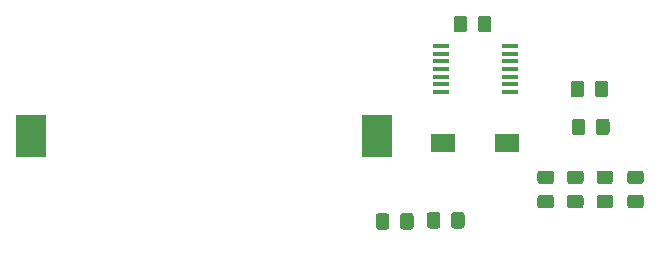
<source format=gbr>
%TF.GenerationSoftware,KiCad,Pcbnew,(5.1.9-0-10_14)*%
%TF.CreationDate,2021-08-12T09:32:14+02:00*%
%TF.ProjectId,HB-SCI-x-MSP,48422d53-4349-42d7-982d-4d53502e6b69,rev?*%
%TF.SameCoordinates,Original*%
%TF.FileFunction,Paste,Top*%
%TF.FilePolarity,Positive*%
%FSLAX46Y46*%
G04 Gerber Fmt 4.6, Leading zero omitted, Abs format (unit mm)*
G04 Created by KiCad (PCBNEW (5.1.9-0-10_14)) date 2021-08-12 09:32:14*
%MOMM*%
%LPD*%
G01*
G04 APERTURE LIST*
%ADD10R,2.600000X3.600000*%
%ADD11R,1.450000X0.450000*%
%ADD12R,2.000000X1.600000*%
G04 APERTURE END LIST*
D10*
%TO.C,BT1*%
X74250000Y-45900000D03*
X44950000Y-45900000D03*
%TD*%
%TO.C,R9*%
G36*
G01*
X80480000Y-53460001D02*
X80480000Y-52559999D01*
G75*
G02*
X80729999Y-52310000I249999J0D01*
G01*
X81380001Y-52310000D01*
G75*
G02*
X81630000Y-52559999I0J-249999D01*
G01*
X81630000Y-53460001D01*
G75*
G02*
X81380001Y-53710000I-249999J0D01*
G01*
X80729999Y-53710000D01*
G75*
G02*
X80480000Y-53460001I0J249999D01*
G01*
G37*
G36*
G01*
X78430000Y-53460001D02*
X78430000Y-52559999D01*
G75*
G02*
X78679999Y-52310000I249999J0D01*
G01*
X79330001Y-52310000D01*
G75*
G02*
X79580000Y-52559999I0J-249999D01*
G01*
X79580000Y-53460001D01*
G75*
G02*
X79330001Y-53710000I-249999J0D01*
G01*
X78679999Y-53710000D01*
G75*
G02*
X78430000Y-53460001I0J249999D01*
G01*
G37*
%TD*%
%TO.C,C5*%
G36*
G01*
X76160000Y-53550001D02*
X76160000Y-52649999D01*
G75*
G02*
X76409999Y-52400000I249999J0D01*
G01*
X77060001Y-52400000D01*
G75*
G02*
X77310000Y-52649999I0J-249999D01*
G01*
X77310000Y-53550001D01*
G75*
G02*
X77060001Y-53800000I-249999J0D01*
G01*
X76409999Y-53800000D01*
G75*
G02*
X76160000Y-53550001I0J249999D01*
G01*
G37*
G36*
G01*
X74110000Y-53550001D02*
X74110000Y-52649999D01*
G75*
G02*
X74359999Y-52400000I249999J0D01*
G01*
X75010001Y-52400000D01*
G75*
G02*
X75260000Y-52649999I0J-249999D01*
G01*
X75260000Y-53550001D01*
G75*
G02*
X75010001Y-53800000I-249999J0D01*
G01*
X74359999Y-53800000D01*
G75*
G02*
X74110000Y-53550001I0J249999D01*
G01*
G37*
%TD*%
D11*
%TO.C,U2*%
X85510000Y-38250000D03*
X85510000Y-38900000D03*
X85510000Y-39550000D03*
X85510000Y-40200000D03*
X85510000Y-40850000D03*
X85510000Y-41500000D03*
X85510000Y-42150000D03*
X79610000Y-42150000D03*
X79610000Y-41500000D03*
X79610000Y-40850000D03*
X79610000Y-40200000D03*
X79610000Y-39550000D03*
X79610000Y-38900000D03*
X79610000Y-38250000D03*
%TD*%
D12*
%TO.C,SW1*%
X85200000Y-46500000D03*
X79800000Y-46500000D03*
%TD*%
%TO.C,R6*%
G36*
G01*
X96550001Y-49950000D02*
X95649999Y-49950000D01*
G75*
G02*
X95400000Y-49700001I0J249999D01*
G01*
X95400000Y-49049999D01*
G75*
G02*
X95649999Y-48800000I249999J0D01*
G01*
X96550001Y-48800000D01*
G75*
G02*
X96800000Y-49049999I0J-249999D01*
G01*
X96800000Y-49700001D01*
G75*
G02*
X96550001Y-49950000I-249999J0D01*
G01*
G37*
G36*
G01*
X96550001Y-52000000D02*
X95649999Y-52000000D01*
G75*
G02*
X95400000Y-51750001I0J249999D01*
G01*
X95400000Y-51099999D01*
G75*
G02*
X95649999Y-50850000I249999J0D01*
G01*
X96550001Y-50850000D01*
G75*
G02*
X96800000Y-51099999I0J-249999D01*
G01*
X96800000Y-51750001D01*
G75*
G02*
X96550001Y-52000000I-249999J0D01*
G01*
G37*
%TD*%
%TO.C,R5*%
G36*
G01*
X93950001Y-49950000D02*
X93049999Y-49950000D01*
G75*
G02*
X92800000Y-49700001I0J249999D01*
G01*
X92800000Y-49049999D01*
G75*
G02*
X93049999Y-48800000I249999J0D01*
G01*
X93950001Y-48800000D01*
G75*
G02*
X94200000Y-49049999I0J-249999D01*
G01*
X94200000Y-49700001D01*
G75*
G02*
X93950001Y-49950000I-249999J0D01*
G01*
G37*
G36*
G01*
X93950001Y-52000000D02*
X93049999Y-52000000D01*
G75*
G02*
X92800000Y-51750001I0J249999D01*
G01*
X92800000Y-51099999D01*
G75*
G02*
X93049999Y-50850000I249999J0D01*
G01*
X93950001Y-50850000D01*
G75*
G02*
X94200000Y-51099999I0J-249999D01*
G01*
X94200000Y-51750001D01*
G75*
G02*
X93950001Y-52000000I-249999J0D01*
G01*
G37*
%TD*%
%TO.C,R4*%
G36*
G01*
X91450001Y-49950000D02*
X90549999Y-49950000D01*
G75*
G02*
X90300000Y-49700001I0J249999D01*
G01*
X90300000Y-49049999D01*
G75*
G02*
X90549999Y-48800000I249999J0D01*
G01*
X91450001Y-48800000D01*
G75*
G02*
X91700000Y-49049999I0J-249999D01*
G01*
X91700000Y-49700001D01*
G75*
G02*
X91450001Y-49950000I-249999J0D01*
G01*
G37*
G36*
G01*
X91450001Y-52000000D02*
X90549999Y-52000000D01*
G75*
G02*
X90300000Y-51750001I0J249999D01*
G01*
X90300000Y-51099999D01*
G75*
G02*
X90549999Y-50850000I249999J0D01*
G01*
X91450001Y-50850000D01*
G75*
G02*
X91700000Y-51099999I0J-249999D01*
G01*
X91700000Y-51750001D01*
G75*
G02*
X91450001Y-52000000I-249999J0D01*
G01*
G37*
%TD*%
%TO.C,R3*%
G36*
G01*
X88950001Y-49950000D02*
X88049999Y-49950000D01*
G75*
G02*
X87800000Y-49700001I0J249999D01*
G01*
X87800000Y-49049999D01*
G75*
G02*
X88049999Y-48800000I249999J0D01*
G01*
X88950001Y-48800000D01*
G75*
G02*
X89200000Y-49049999I0J-249999D01*
G01*
X89200000Y-49700001D01*
G75*
G02*
X88950001Y-49950000I-249999J0D01*
G01*
G37*
G36*
G01*
X88950001Y-52000000D02*
X88049999Y-52000000D01*
G75*
G02*
X87800000Y-51750001I0J249999D01*
G01*
X87800000Y-51099999D01*
G75*
G02*
X88049999Y-50850000I249999J0D01*
G01*
X88950001Y-50850000D01*
G75*
G02*
X89200000Y-51099999I0J-249999D01*
G01*
X89200000Y-51750001D01*
G75*
G02*
X88950001Y-52000000I-249999J0D01*
G01*
G37*
%TD*%
%TO.C,R2*%
G36*
G01*
X91850000Y-44649999D02*
X91850000Y-45550001D01*
G75*
G02*
X91600001Y-45800000I-249999J0D01*
G01*
X90949999Y-45800000D01*
G75*
G02*
X90700000Y-45550001I0J249999D01*
G01*
X90700000Y-44649999D01*
G75*
G02*
X90949999Y-44400000I249999J0D01*
G01*
X91600001Y-44400000D01*
G75*
G02*
X91850000Y-44649999I0J-249999D01*
G01*
G37*
G36*
G01*
X93900000Y-44649999D02*
X93900000Y-45550001D01*
G75*
G02*
X93650001Y-45800000I-249999J0D01*
G01*
X92999999Y-45800000D01*
G75*
G02*
X92750000Y-45550001I0J249999D01*
G01*
X92750000Y-44649999D01*
G75*
G02*
X92999999Y-44400000I249999J0D01*
G01*
X93650001Y-44400000D01*
G75*
G02*
X93900000Y-44649999I0J-249999D01*
G01*
G37*
%TD*%
%TO.C,R1*%
G36*
G01*
X91750000Y-41449999D02*
X91750000Y-42350001D01*
G75*
G02*
X91500001Y-42600000I-249999J0D01*
G01*
X90849999Y-42600000D01*
G75*
G02*
X90600000Y-42350001I0J249999D01*
G01*
X90600000Y-41449999D01*
G75*
G02*
X90849999Y-41200000I249999J0D01*
G01*
X91500001Y-41200000D01*
G75*
G02*
X91750000Y-41449999I0J-249999D01*
G01*
G37*
G36*
G01*
X93800000Y-41449999D02*
X93800000Y-42350001D01*
G75*
G02*
X93550001Y-42600000I-249999J0D01*
G01*
X92899999Y-42600000D01*
G75*
G02*
X92650000Y-42350001I0J249999D01*
G01*
X92650000Y-41449999D01*
G75*
G02*
X92899999Y-41200000I249999J0D01*
G01*
X93550001Y-41200000D01*
G75*
G02*
X93800000Y-41449999I0J-249999D01*
G01*
G37*
%TD*%
%TO.C,C4*%
G36*
G01*
X82750000Y-36850001D02*
X82750000Y-35949999D01*
G75*
G02*
X82999999Y-35700000I249999J0D01*
G01*
X83650001Y-35700000D01*
G75*
G02*
X83900000Y-35949999I0J-249999D01*
G01*
X83900000Y-36850001D01*
G75*
G02*
X83650001Y-37100000I-249999J0D01*
G01*
X82999999Y-37100000D01*
G75*
G02*
X82750000Y-36850001I0J249999D01*
G01*
G37*
G36*
G01*
X80700000Y-36850001D02*
X80700000Y-35949999D01*
G75*
G02*
X80949999Y-35700000I249999J0D01*
G01*
X81600001Y-35700000D01*
G75*
G02*
X81850000Y-35949999I0J-249999D01*
G01*
X81850000Y-36850001D01*
G75*
G02*
X81600001Y-37100000I-249999J0D01*
G01*
X80949999Y-37100000D01*
G75*
G02*
X80700000Y-36850001I0J249999D01*
G01*
G37*
%TD*%
M02*

</source>
